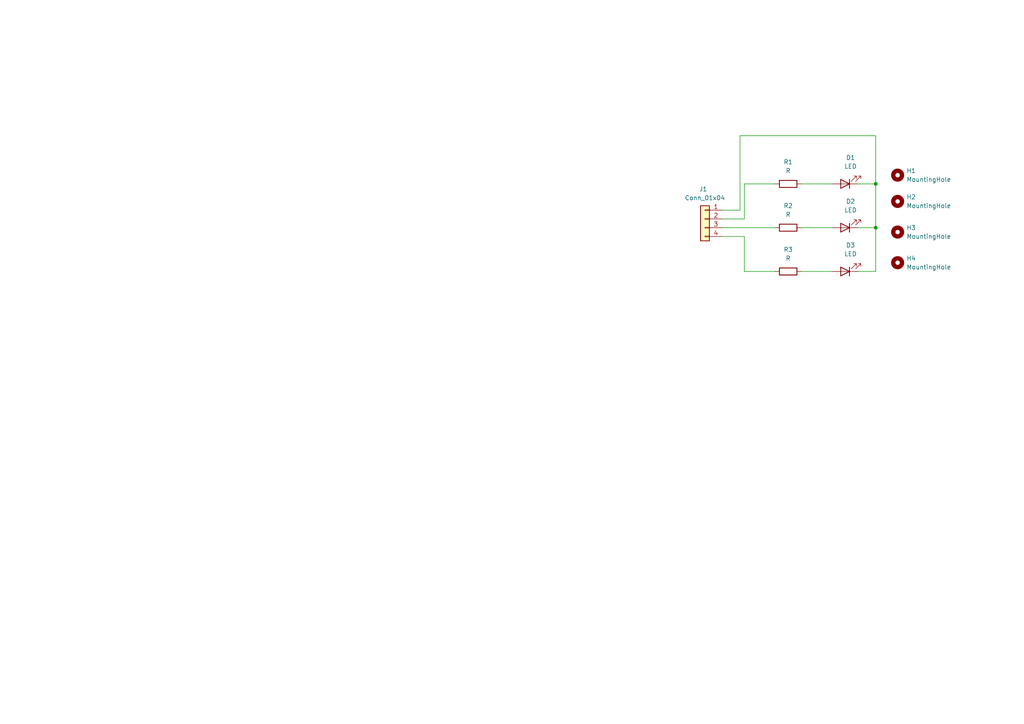
<source format=kicad_sch>
(kicad_sch (version 20231120) (generator "eeschema") (generator_version "8.0")
  (paper "A4")
  (lib_symbols
    (symbol "Connector_Generic:Conn_01x04" (pin_names (offset 1.016) hide)
      (property "Reference" "J" (at 0 5.08 0))
      (property "Value" "Conn_01x04" (at 0 -7.62 0))
      (symbol "Conn_01x04_1_1"
        (rectangle (start -1.27 -4.953) (end 0 -5.207) (stroke (width 0.1524)))
        (rectangle (start -1.27 -2.413) (end 0 -2.667) (stroke (width 0.1524)))
        (rectangle (start -1.27 0.127) (end 0 -0.127) (stroke (width 0.1524)))
        (rectangle (start -1.27 2.667) (end 0 2.413) (stroke (width 0.1524)))
        (rectangle (start -1.27 3.81) (end 1.27 -6.35) (stroke (width 0.254)) (fill (type background)))
        (pin passive line (at -5.08 2.54 0) (length 3.81) (name "Pin_1") (number "1"))
        (pin passive line (at -5.08 0 0) (length 3.81) (name "Pin_2") (number "2"))
        (pin passive line (at -5.08 -2.54 0) (length 3.81) (name "Pin_3") (number "3"))
        (pin passive line (at -5.08 -5.08 0) (length 3.81) (name "Pin_4") (number "4"))
      )
    )
    (symbol "Device:LED" (pin_numbers hide) (pin_names (offset 1.016) hide)
      (property "Reference" "D" (at 0 2.54 0))
      (property "Value" "LED" (at 0 -2.54 0))
      (symbol "LED_0_1"
        (polyline (pts (xy -1.27 -1.27) (xy -1.27 1.27)) (stroke (width 0.254)))
        (polyline (pts (xy -1.27 0) (xy 1.27 0)))
        (polyline (pts (xy 1.27 -1.27) (xy 1.27 1.27) (xy -1.27 0) (xy 1.27 -1.27)) (stroke (width 0.254)))
        (polyline (pts (xy -3.048 -0.762) (xy -4.572 -2.286) (xy -3.81 -2.286) (xy -4.572 -2.286) (xy -4.572 -1.524)))
        (polyline (pts (xy -1.778 -0.762) (xy -3.302 -2.286) (xy -2.54 -2.286) (xy -3.302 -2.286) (xy -3.302 -1.524)))
      )
      (symbol "LED_1_1"
        (pin passive line (at -3.81 0 0) (length 2.54) (name "K") (number "1"))
        (pin passive line (at 3.81 0 180) (length 2.54) (name "A") (number "2"))
      )
    )
    (symbol "Device:R" (pin_numbers hide) (pin_names (offset 0))
      (property "Reference" "R" (at 2.032 0 90))
      (property "Value" "R" (at 0 0 90))
      (symbol "R_0_1"
        (rectangle (start -1.016 -2.54) (end 1.016 2.54) (stroke (width 0.254)))
      )
      (symbol "R_1_1"
        (pin passive line (at 0 3.81 270) (length 1.27) (name "~") (number "1"))
        (pin passive line (at 0 -3.81 90) (length 1.27) (name "~") (number "2"))
      )
    )
    (symbol "Mechanical:MountingHole" (pin_names (offset 1.016)) (exclude_from_sim yes) (in_bom no)
      (property "Reference" "H" (at 0 5.08 0))
      (property "Value" "MountingHole" (at 0 3.175 0))
      (symbol "MountingHole_0_1"
        (circle (center 0 0) (radius 1.27) (stroke (width 1.27)))
      )
    )
  )
  (junction (at 254 66.04))
  (junction (at 254 53.34))
  (wire (pts (xy 215.9 68.58) (xy 209.55 68.58)))
  (wire (pts (xy 232.41 53.34) (xy 241.3 53.34)))
  (wire (pts (xy 254 53.34) (xy 254 66.04)))
  (wire (pts (xy 214.63 39.37) (xy 214.63 60.96)))
  (wire (pts (xy 209.55 66.04) (xy 224.79 66.04)))
  (wire (pts (xy 254 78.74) (xy 254 66.04)))
  (wire (pts (xy 254 39.37) (xy 214.63 39.37)))
  (wire (pts (xy 215.9 78.74) (xy 215.9 68.58)))
  (wire (pts (xy 232.41 66.04) (xy 241.3 66.04)))
  (wire (pts (xy 232.41 78.74) (xy 241.3 78.74)))
  (wire (pts (xy 248.92 78.74) (xy 254 78.74)))
  (wire (pts (xy 254 53.34) (xy 254 39.37)))
  (wire (pts (xy 209.55 63.5) (xy 215.9 63.5)))
  (wire (pts (xy 214.63 60.96) (xy 209.55 60.96)))
  (wire (pts (xy 215.9 53.34) (xy 224.79 53.34)))
  (wire (pts (xy 215.9 53.34) (xy 215.9 63.5)))
  (wire (pts (xy 254 66.04) (xy 248.92 66.04)))
  (wire (pts (xy 248.92 53.34) (xy 254 53.34)))
  (wire (pts (xy 215.9 78.74) (xy 224.79 78.74)))
  (symbol (lib_id "Mechanical:MountingHole") (at 260.35 58.42 0) (unit 1) (exclude_from_sim yes) (in_bom no)
    (property "Reference" "H2" (at 262.89 57.1499 0) (effects (justify left)))
    (property "Value" "MountingHole" (at 262.89 59.6899 0) (effects (justify left)))
    (property "Description" "Mounting Hole without connection" (effects (hide yes)))
  )
  (symbol (lib_id "Connector_Generic:Conn_01x04") (at 204.47 63.5 0) (mirror y) (unit 1)
    (property "Reference" "J1" (at 203.962 54.864 0))
    (property "Value" "Conn_01x04" (at 204.47 57.404 0))
    (property "Description" "Generic connector, single row, 01x04, script generated (kicad-library-utils/schlib/autogen/connector/)" (effects (hide yes)))
  )
  (symbol (lib_id "Device:R") (at 228.6 78.74 90) (unit 1)
    (property "Reference" "R3" (at 228.6 72.39 90))
    (property "Value" "R" (at 228.6 74.93 90))
    (property "Description" "Resistor" (effects (hide yes)))
  )
  (symbol (lib_id "Device:R") (at 228.6 66.04 90) (unit 1)
    (property "Reference" "R2" (at 228.6 59.69 90))
    (property "Value" "R" (at 228.6 62.23 90))
    (property "Description" "Resistor" (effects (hide yes)))
  )
  (symbol (lib_id "Mechanical:MountingHole") (at 260.35 50.8 0) (unit 1) (exclude_from_sim yes) (in_bom no)
    (property "Reference" "H1" (at 262.89 49.5299 0) (effects (justify left)))
    (property "Value" "MountingHole" (at 262.89 52.0699 0) (effects (justify left)))
    (property "Description" "Mounting Hole without connection" (effects (hide yes)))
  )
  (symbol (lib_id "Mechanical:MountingHole") (at 260.35 67.31 0) (unit 1) (exclude_from_sim yes) (in_bom no)
    (property "Reference" "H3" (at 262.89 66.0399 0) (effects (justify left)))
    (property "Value" "MountingHole" (at 262.89 68.5799 0) (effects (justify left)))
    (property "Description" "Mounting Hole without connection" (effects (hide yes)))
  )
  (symbol (lib_id "Device:LED") (at 245.11 66.04 180) (unit 1)
    (property "Reference" "D2" (at 246.6975 58.42 0))
    (property "Value" "LED" (at 246.6975 60.96 0))
    (property "Description" "Light emitting diode" (effects (hide yes)))
  )
  (symbol (lib_id "Device:R") (at 228.6 53.34 90) (unit 1)
    (property "Reference" "R1" (at 228.6 46.99 90))
    (property "Value" "R" (at 228.6 49.53 90))
    (property "Description" "Resistor" (effects (hide yes)))
  )
  (symbol (lib_id "Device:LED") (at 245.11 78.74 180) (unit 1)
    (property "Reference" "D3" (at 246.6975 71.12 0))
    (property "Value" "LED" (at 246.6975 73.66 0))
    (property "Description" "Light emitting diode" (effects (hide yes)))
  )
  (symbol (lib_id "Device:LED") (at 245.11 53.34 180) (unit 1)
    (property "Reference" "D1" (at 246.6975 45.72 0))
    (property "Value" "LED" (at 246.6975 48.26 0))
    (property "Description" "Light emitting diode" (effects (hide yes)))
  )
  (symbol (lib_id "Mechanical:MountingHole") (at 260.35 76.2 0) (unit 1) (exclude_from_sim yes) (in_bom no)
    (property "Reference" "H4" (at 262.89 74.9299 0) (effects (justify left)))
    (property "Value" "MountingHole" (at 262.89 77.4699 0) (effects (justify left)))
    (property "Description" "Mounting Hole without connection" (effects (hide yes)))
  )
)
</source>
